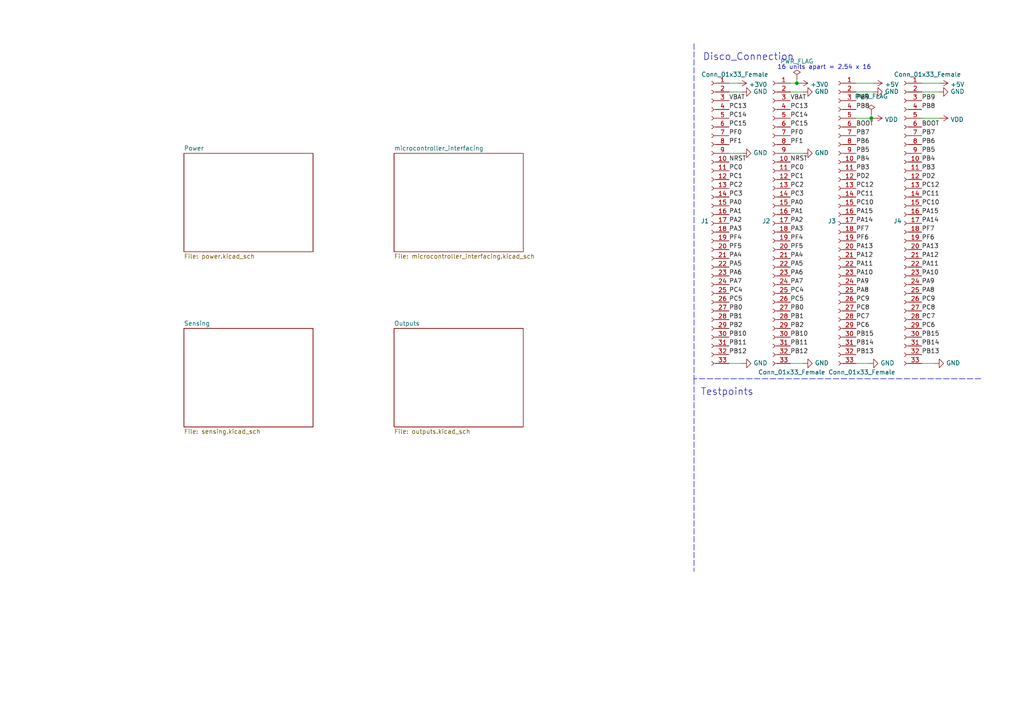
<source format=kicad_sch>
(kicad_sch (version 20211123) (generator eeschema)
  (paper "A4")
  (title_block (title "EEE3088F Template") (date "2022-03-21") (rev "V0.0") (company "University of Cape Town") (comment 3 "@Checked By: ") (comment 4 "@Authors: S'thabiso Lushaba, Masonwabe Nkombisa , Vuyisa  Mpetsheni"))
  (lib_symbols
    (symbol "Connector:Conn_01x33_Female" (pin_names (offset 1.016) hide)
      (property "Reference" "J" (at 0 43.18 0))
      (property "Value" "Conn_01x33_Female" (at 0 -43.18 0))
      (symbol "Conn_01x33_Female_1_1"
        (arc (start 0 -40.132) (mid -0.508 -40.64) (end 0 -41.148) (stroke (width 0.1524)))
        (arc (start 0 -37.592) (mid -0.508 -38.1) (end 0 -38.608) (stroke (width 0.1524)))
        (arc (start 0 -35.052) (mid -0.508 -35.56) (end 0 -36.068) (stroke (width 0.1524)))
        (arc (start 0 -32.512) (mid -0.508 -33.02) (end 0 -33.528) (stroke (width 0.1524)))
        (arc (start 0 -29.972) (mid -0.508 -30.48) (end 0 -30.988) (stroke (width 0.1524)))
        (arc (start 0 -27.432) (mid -0.508 -27.94) (end 0 -28.448) (stroke (width 0.1524)))
        (arc (start 0 -24.892) (mid -0.508 -25.4) (end 0 -25.908) (stroke (width 0.1524)))
        (arc (start 0 -22.352) (mid -0.508 -22.86) (end 0 -23.368) (stroke (width 0.1524)))
        (arc (start 0 -19.812) (mid -0.508 -20.32) (end 0 -20.828) (stroke (width 0.1524)))
        (arc (start 0 -17.272) (mid -0.508 -17.78) (end 0 -18.288) (stroke (width 0.1524)))
        (arc (start 0 -14.732) (mid -0.508 -15.24) (end 0 -15.748) (stroke (width 0.1524)))
        (arc (start 0 -12.192) (mid -0.508 -12.7) (end 0 -13.208) (stroke (width 0.1524)))
        (arc (start 0 -9.652) (mid -0.508 -10.16) (end 0 -10.668) (stroke (width 0.1524)))
        (arc (start 0 -7.112) (mid -0.508 -7.62) (end 0 -8.128) (stroke (width 0.1524)))
        (arc (start 0 -4.572) (mid -0.508 -5.08) (end 0 -5.588) (stroke (width 0.1524)))
        (arc (start 0 -2.032) (mid -0.508 -2.54) (end 0 -3.048) (stroke (width 0.1524)))
        (polyline (pts (xy -1.27 -40.64) (xy -0.508 -40.64)) (stroke (width 0.1524)))
        (polyline (pts (xy -1.27 -38.1) (xy -0.508 -38.1)) (stroke (width 0.1524)))
        (polyline (pts (xy -1.27 -35.56) (xy -0.508 -35.56)) (stroke (width 0.1524)))
        (polyline (pts (xy -1.27 -33.02) (xy -0.508 -33.02)) (stroke (width 0.1524)))
        (polyline (pts (xy -1.27 -30.48) (xy -0.508 -30.48)) (stroke (width 0.1524)))
        (polyline (pts (xy -1.27 -27.94) (xy -0.508 -27.94)) (stroke (width 0.1524)))
        (polyline (pts (xy -1.27 -25.4) (xy -0.508 -25.4)) (stroke (width 0.1524)))
        (polyline (pts (xy -1.27 -22.86) (xy -0.508 -22.86)) (stroke (width 0.1524)))
        (polyline (pts (xy -1.27 -20.32) (xy -0.508 -20.32)) (stroke (width 0.1524)))
        (polyline (pts (xy -1.27 -17.78) (xy -0.508 -17.78)) (stroke (width 0.1524)))
        (polyline (pts (xy -1.27 -15.24) (xy -0.508 -15.24)) (stroke (width 0.1524)))
        (polyline (pts (xy -1.27 -12.7) (xy -0.508 -12.7)) (stroke (width 0.1524)))
        (polyline (pts (xy -1.27 -10.16) (xy -0.508 -10.16)) (stroke (width 0.1524)))
        (polyline (pts (xy -1.27 -7.62) (xy -0.508 -7.62)) (stroke (width 0.1524)))
        (polyline (pts (xy -1.27 -5.08) (xy -0.508 -5.08)) (stroke (width 0.1524)))
        (polyline (pts (xy -1.27 -2.54) (xy -0.508 -2.54)) (stroke (width 0.1524)))
        (polyline (pts (xy -1.27 0) (xy -0.508 0)) (stroke (width 0.1524)))
        (polyline (pts (xy -1.27 2.54) (xy -0.508 2.54)) (stroke (width 0.1524)))
        (polyline (pts (xy -1.27 5.08) (xy -0.508 5.08)) (stroke (width 0.1524)))
        (polyline (pts (xy -1.27 7.62) (xy -0.508 7.62)) (stroke (width 0.1524)))
        (polyline (pts (xy -1.27 10.16) (xy -0.508 10.16)) (stroke (width 0.1524)))
        (polyline (pts (xy -1.27 12.7) (xy -0.508 12.7)) (stroke (width 0.1524)))
        (polyline (pts (xy -1.27 15.24) (xy -0.508 15.24)) (stroke (width 0.1524)))
        (polyline (pts (xy -1.27 17.78) (xy -0.508 17.78)) (stroke (width 0.1524)))
        (polyline (pts (xy -1.27 20.32) (xy -0.508 20.32)) (stroke (width 0.1524)))
        (polyline (pts (xy -1.27 22.86) (xy -0.508 22.86)) (stroke (width 0.1524)))
        (polyline (pts (xy -1.27 25.4) (xy -0.508 25.4)) (stroke (width 0.1524)))
        (polyline (pts (xy -1.27 27.94) (xy -0.508 27.94)) (stroke (width 0.1524)))
        (polyline (pts (xy -1.27 30.48) (xy -0.508 30.48)) (stroke (width 0.1524)))
        (polyline (pts (xy -1.27 33.02) (xy -0.508 33.02)) (stroke (width 0.1524)))
        (polyline (pts (xy -1.27 35.56) (xy -0.508 35.56)) (stroke (width 0.1524)))
        (polyline (pts (xy -1.27 38.1) (xy -0.508 38.1)) (stroke (width 0.1524)))
        (polyline (pts (xy -1.27 40.64) (xy -0.508 40.64)) (stroke (width 0.1524)))
        (arc (start 0 0.508) (mid -0.508 0) (end 0 -0.508) (stroke (width 0.1524)))
        (arc (start 0 3.048) (mid -0.508 2.54) (end 0 2.032) (stroke (width 0.1524)))
        (arc (start 0 5.588) (mid -0.508 5.08) (end 0 4.572) (stroke (width 0.1524)))
        (arc (start 0 8.128) (mid -0.508 7.62) (end 0 7.112) (stroke (width 0.1524)))
        (arc (start 0 10.668) (mid -0.508 10.16) (end 0 9.652) (stroke (width 0.1524)))
        (arc (start 0 13.208) (mid -0.508 12.7) (end 0 12.192) (stroke (width 0.1524)))
        (arc (start 0 15.748) (mid -0.508 15.24) (end 0 14.732) (stroke (width 0.1524)))
        (arc (start 0 18.288) (mid -0.508 17.78) (end 0 17.272) (stroke (width 0.1524)))
        (arc (start 0 20.828) (mid -0.508 20.32) (end 0 19.812) (stroke (width 0.1524)))
        (arc (start 0 23.368) (mid -0.508 22.86) (end 0 22.352) (stroke (width 0.1524)))
        (arc (start 0 25.908) (mid -0.508 25.4) (end 0 24.892) (stroke (width 0.1524)))
        (arc (start 0 28.448) (mid -0.508 27.94) (end 0 27.432) (stroke (width 0.1524)))
        (arc (start 0 30.988) (mid -0.508 30.48) (end 0 29.972) (stroke (width 0.1524)))
        (arc (start 0 33.528) (mid -0.508 33.02) (end 0 32.512) (stroke (width 0.1524)))
        (arc (start 0 36.068) (mid -0.508 35.56) (end 0 35.052) (stroke (width 0.1524)))
        (arc (start 0 38.608) (mid -0.508 38.1) (end 0 37.592) (stroke (width 0.1524)))
        (arc (start 0 41.148) (mid -0.508 40.64) (end 0 40.132) (stroke (width 0.1524)))
        (pin passive line (at -5.08 40.64 0) (length 3.81) (name "Pin_1") (number "1"))
        (pin passive line (at -5.08 17.78 0) (length 3.81) (name "Pin_10") (number "10"))
        (pin passive line (at -5.08 15.24 0) (length 3.81) (name "Pin_11") (number "11"))
        (pin passive line (at -5.08 12.7 0) (length 3.81) (name "Pin_12") (number "12"))
        (pin passive line (at -5.08 10.16 0) (length 3.81) (name "Pin_13") (number "13"))
        (pin passive line (at -5.08 7.62 0) (length 3.81) (name "Pin_14") (number "14"))
        (pin passive line (at -5.08 5.08 0) (length 3.81) (name "Pin_15") (number "15"))
        (pin passive line (at -5.08 2.54 0) (length 3.81) (name "Pin_16") (number "16"))
        (pin passive line (at -5.08 0 0) (length 3.81) (name "Pin_17") (number "17"))
        (pin passive line (at -5.08 -2.54 0) (length 3.81) (name "Pin_18") (number "18"))
        (pin passive line (at -5.08 -5.08 0) (length 3.81) (name "Pin_19") (number "19"))
        (pin passive line (at -5.08 38.1 0) (length 3.81) (name "Pin_2") (number "2"))
        (pin passive line (at -5.08 -7.62 0) (length 3.81) (name "Pin_20") (number "20"))
        (pin passive line (at -5.08 -10.16 0) (length 3.81) (name "Pin_21") (number "21"))
        (pin passive line (at -5.08 -12.7 0) (length 3.81) (name "Pin_22") (number "22"))
        (pin passive line (at -5.08 -15.24 0) (length 3.81) (name "Pin_23") (number "23"))
        (pin passive line (at -5.08 -17.78 0) (length 3.81) (name "Pin_24") (number "24"))
        (pin passive line (at -5.08 -20.32 0) (length 3.81) (name "Pin_25") (number "25"))
        (pin passive line (at -5.08 -22.86 0) (length 3.81) (name "Pin_26") (number "26"))
        (pin passive line (at -5.08 -25.4 0) (length 3.81) (name "Pin_27") (number "27"))
        (pin passive line (at -5.08 -27.94 0) (length 3.81) (name "Pin_28") (number "28"))
        (pin passive line (at -5.08 -30.48 0) (length 3.81) (name "Pin_29") (number "29"))
        (pin passive line (at -5.08 35.56 0) (length 3.81) (name "Pin_3") (number "3"))
        (pin passive line (at -5.08 -33.02 0) (length 3.81) (name "Pin_30") (number "30"))
        (pin passive line (at -5.08 -35.56 0) (length 3.81) (name "Pin_31") (number "31"))
        (pin passive line (at -5.08 -38.1 0) (length 3.81) (name "Pin_32") (number "32"))
        (pin passive line (at -5.08 -40.64 0) (length 3.81) (name "Pin_33") (number "33"))
        (pin passive line (at -5.08 33.02 0) (length 3.81) (name "Pin_4") (number "4"))
        (pin passive line (at -5.08 30.48 0) (length 3.81) (name "Pin_5") (number "5"))
        (pin passive line (at -5.08 27.94 0) (length 3.81) (name "Pin_6") (number "6"))
        (pin passive line (at -5.08 25.4 0) (length 3.81) (name "Pin_7") (number "7"))
        (pin passive line (at -5.08 22.86 0) (length 3.81) (name "Pin_8") (number "8"))
        (pin passive line (at -5.08 20.32 0) (length 3.81) (name "Pin_9") (number "9"))
      )
    )
    (symbol "power:+3V0" (power) (pin_names (offset 0))
      (property "Value" "+3V0" (at 0 3.556 0))
      (symbol "+3V0_0_1"
        (polyline (pts (xy -0.762 1.27) (xy 0 2.54)))
        (polyline (pts (xy 0 0) (xy 0 2.54)))
        (polyline (pts (xy 0 2.54) (xy 0.762 1.27)))
      )
      (symbol "+3V0_1_1"
        (pin power_in line (at 0 0 90) (length 0) hide (name "+3V0") (number "1"))
      )
    )
    (symbol "power:+5V" (power) (pin_names (offset 0))
      (property "Value" "+5V" (at 0 3.556 0))
      (symbol "+5V_0_1"
        (polyline (pts (xy -0.762 1.27) (xy 0 2.54)))
        (polyline (pts (xy 0 0) (xy 0 2.54)))
        (polyline (pts (xy 0 2.54) (xy 0.762 1.27)))
      )
      (symbol "+5V_1_1"
        (pin power_in line (at 0 0 90) (length 0) hide (name "+5V") (number "1"))
      )
    )
    (symbol "power:GND" (power) (pin_names (offset 0))
      (property "Value" "GND" (at 0 -3.81 0))
      (symbol "GND_0_1"
        (polyline (pts (xy 0 0) (xy 0 -1.27) (xy 1.27 -1.27) (xy 0 -2.54) (xy -1.27 -1.27) (xy 0 -1.27)))
      )
      (symbol "GND_1_1"
        (pin power_in line (at 0 0 270) (length 0) hide (name "GND") (number "1"))
      )
    )
    (symbol "power:PWR_FLAG" (power) (pin_numbers hide) (pin_names (offset 0) hide)
      (property "Value" "PWR_FLAG" (at 0 3.81 0))
      (symbol "PWR_FLAG_0_0"
        (pin power_out line (at 0 0 90) (length 0) (name "pwr") (number "1"))
      )
      (symbol "PWR_FLAG_0_1"
        (polyline (pts (xy 0 0) (xy 0 1.27) (xy -1.016 1.905) (xy 0 2.54) (xy 1.016 1.905) (xy 0 1.27)))
      )
    )
    (symbol "power:VDD" (power) (pin_names (offset 0))
      (property "Value" "VDD" (at 0 3.81 0))
      (symbol "VDD_0_1"
        (polyline (pts (xy -0.762 1.27) (xy 0 2.54)))
        (polyline (pts (xy 0 0) (xy 0 2.54)))
        (polyline (pts (xy 0 2.54) (xy 0.762 1.27)))
      )
      (symbol "VDD_1_1"
        (pin power_in line (at 0 0 90) (length 0) hide (name "VDD") (number "1"))
      )
    )
  )
  (junction (at 252.73 34.29))
  (junction (at 231.14 24.13))
  (wire (pts (xy 211.455 44.45) (xy 215.265 44.45)))
  (polyline (pts (xy 201.295 12.7) (xy 201.295 109.855)))
  (wire (pts (xy 252.73 33.02) (xy 252.73 34.29)))
  (wire (pts (xy 231.14 24.13) (xy 231.775 24.13)))
  (polyline (pts (xy 284.48 109.855) (xy 201.295 109.855)))
  (wire (pts (xy 248.285 26.67) (xy 253.365 26.67)))
  (wire (pts (xy 231.14 22.86) (xy 231.14 24.13)))
  (wire (pts (xy 229.235 24.13) (xy 231.14 24.13)))
  (polyline (pts (xy 201.295 109.855) (xy 201.295 165.735)))
  (wire (pts (xy 252.73 34.29) (xy 253.365 34.29)))
  (wire (pts (xy 248.285 34.29) (xy 252.73 34.29)))
  (wire (pts (xy 253.365 24.13) (xy 248.285 24.13)))
  (wire (pts (xy 211.455 24.13) (xy 213.995 24.13)))
  (wire (pts (xy 233.045 105.41) (xy 229.235 105.41)))
  (wire (pts (xy 229.235 26.67) (xy 233.045 26.67)))
  (wire (pts (xy 229.235 44.45) (xy 233.045 44.45)))
  (wire (pts (xy 272.415 24.13) (xy 267.335 24.13)))
  (wire (pts (xy 211.455 26.67) (xy 215.265 26.67)))
  (wire (pts (xy 248.285 105.41) (xy 252.095 105.41)))
  (wire (pts (xy 267.335 105.41) (xy 271.145 105.41)))
  (wire (pts (xy 267.335 26.67) (xy 272.415 26.67)))
  (wire (pts (xy 215.265 105.41) (xy 211.455 105.41)))
  (wire (pts (xy 267.335 34.29) (xy 272.415 34.29)))
  (text "16 units apart = 2.54 x 16" (at 225.425 20.32 0) (effects (font (size 1.27 1.27)) (justify left bottom)))
  (text "Disco_Connection" (at 203.835 17.78 0) (effects (font (size 2.0066 2.0066)) (justify left bottom)))
  (text "Testpoints" (at 203.2 114.935 0) (effects (font (size 2.0066 2.0066)) (justify left bottom)))
  (label "PC14" (at 211.455 34.29 0))
  (label "PC11" (at 248.285 57.15 0))
  (label "PB2" (at 211.455 95.25 0))
  (label "PB6" (at 248.285 41.91 0))
  (label "PB14" (at 267.335 100.33 0))
  (label "PA15" (at 267.335 62.23 0))
  (label "PB14" (at 248.285 100.33 0))
  (label "PA11" (at 267.335 77.47 0))
  (label "PC7" (at 248.285 92.71 0))
  (label "PB6" (at 267.335 41.91 0))
  (label "PA8" (at 267.335 85.09 0))
  (label "PC9" (at 248.285 87.63 0))
  (label "PB15" (at 267.335 97.79 0))
  (label "PC11" (at 267.335 57.15 0))
  (label "PC1" (at 211.455 52.07 0))
  (label "PA1" (at 229.235 62.23 0))
  (label "PF7" (at 267.335 67.31 0))
  (label "PC0" (at 229.235 49.53 0))
  (label "PF7" (at 248.285 67.31 0))
  (label "PA12" (at 267.335 74.93 0))
  (label "PC15" (at 211.455 36.83 0))
  (label "PC1" (at 229.235 52.07 0))
  (label "PC13" (at 229.235 31.75 0))
  (label "VBAT" (at 229.235 29.21 0))
  (label "PC6" (at 267.335 95.25 0))
  (label "PA4" (at 211.455 74.93 0))
  (label "BOOT" (at 248.285 36.83 0))
  (label "PB5" (at 248.285 44.45 0))
  (label "PC8" (at 267.335 90.17 0))
  (label "PB7" (at 267.335 39.37 0))
  (label "PA13" (at 267.335 72.39 0))
  (label "PD2" (at 248.285 52.07 0))
  (label "PC12" (at 248.285 54.61 0))
  (label "PC10" (at 248.285 59.69 0))
  (label "PB1" (at 211.455 92.71 0))
  (label "PB9" (at 267.335 29.21 0))
  (label "PA2" (at 229.235 64.77 0))
  (label "PA10" (at 267.335 80.01 0))
  (label "PB5" (at 267.335 44.45 0))
  (label "PF5" (at 211.455 72.39 0))
  (label "PB13" (at 248.285 102.87 0))
  (label "PC4" (at 229.235 85.09 0))
  (label "PC15" (at 229.235 36.83 0))
  (label "PB1" (at 229.235 92.71 0))
  (label "PA5" (at 229.235 77.47 0))
  (label "PC0" (at 211.455 49.53 0))
  (label "PB7" (at 248.285 39.37 0))
  (label "PB0" (at 229.235 90.17 0))
  (label "PA5" (at 211.455 77.47 0))
  (label "PC8" (at 248.285 90.17 0))
  (label "PA3" (at 229.235 67.31 0))
  (label "PA10" (at 248.285 80.01 0))
  (label "PB12" (at 211.455 102.87 0))
  (label "PB10" (at 211.455 97.79 0))
  (label "PB3" (at 267.335 49.53 0))
  (label "PA14" (at 248.285 64.77 0))
  (label "VBAT" (at 211.455 29.21 0))
  (label "PC6" (at 248.285 95.25 0))
  (label "PA7" (at 229.235 82.55 0))
  (label "PB11" (at 211.455 100.33 0))
  (label "PC4" (at 211.455 85.09 0))
  (label "PC14" (at 229.235 34.29 0))
  (label "PC2" (at 229.235 54.61 0))
  (label "PF4" (at 229.235 69.85 0))
  (label "PB2" (at 229.235 95.25 0))
  (label "PF0" (at 211.455 39.37 0))
  (label "PA2" (at 211.455 64.77 0))
  (label "PA12" (at 248.285 74.93 0))
  (label "PC5" (at 229.235 87.63 0))
  (label "PA6" (at 229.235 80.01 0))
  (label "PC13" (at 211.455 31.75 0))
  (label "PB13" (at 267.335 102.87 0))
  (label "NRST" (at 229.235 46.99 0))
  (label "PA3" (at 211.455 67.31 0))
  (label "PB4" (at 267.335 46.99 0))
  (label "PA6" (at 211.455 80.01 0))
  (label "PF1" (at 229.235 41.91 0))
  (label "BOOT" (at 267.335 36.83 0))
  (label "PA4" (at 229.235 74.93 0))
  (label "PB15" (at 248.285 97.79 0))
  (label "PB4" (at 248.285 46.99 0))
  (label "PF0" (at 229.235 39.37 0))
  (label "PB8" (at 267.335 31.75 0))
  (label "PC5" (at 211.455 87.63 0))
  (label "PA0" (at 211.455 59.69 0))
  (label "PB11" (at 229.235 100.33 0))
  (label "PC12" (at 267.335 54.61 0))
  (label "PC7" (at 267.335 92.71 0))
  (label "PF5" (at 229.235 72.39 0))
  (label "PA0" (at 229.235 59.69 0))
  (label "PC3" (at 211.455 57.15 0))
  (label "PA14" (at 267.335 64.77 0))
  (label "PF6" (at 267.335 69.85 0))
  (label "PF6" (at 248.285 69.85 0))
  (label "PA11" (at 248.285 77.47 0))
  (label "PF1" (at 211.455 41.91 0))
  (label "PA15" (at 248.285 62.23 0))
  (label "PD2" (at 267.335 52.07 0))
  (label "PB8" (at 248.285 31.75 0))
  (label "PB10" (at 229.235 97.79 0))
  (label "PA7" (at 211.455 82.55 0))
  (label "PA9" (at 248.285 82.55 0))
  (label "PB9" (at 248.285 29.21 0))
  (label "PA9" (at 267.335 82.55 0))
  (label "PB12" (at 229.235 102.87 0))
  (label "PC10" (at 267.335 59.69 0))
  (label "PA1" (at 211.455 62.23 0))
  (label "PA13" (at 248.285 72.39 0))
  (label "PC2" (at 211.455 54.61 0))
  (label "PB3" (at 248.285 49.53 0))
  (label "PA8" (at 248.285 85.09 0))
  (label "PF4" (at 211.455 69.85 0))
  (label "PB0" (at 211.455 90.17 0))
  (label "NRST" (at 211.455 46.99 0))
  (label "PC3" (at 229.235 57.15 0))
  (label "PC9" (at 267.335 87.63 0))
  (symbol (lib_id "power:GND") (at 233.045 105.41 90) (unit 1)
    (property "Reference" "#PWR08" (effects hide))
    (property "Value" "GND" (at 236.2962 105.283 90) (effects (justify right)))
  )
  (symbol (lib_id "power:GND") (at 233.045 44.45 90) (unit 1)
    (property "Reference" "#PWR07" (effects hide))
    (property "Value" "GND" (at 236.2962 44.323 90) (effects (justify right)))
  )
  (symbol (lib_id "power:PWR_FLAG") (at 231.14 22.86 0) (unit 1)
    (property "Reference" "#FLG01" (effects hide))
    (property "Value" "PWR_FLAG" (at 231.14 17.78 0))
  )
  (symbol (lib_id "power:GND") (at 233.045 26.67 90) (unit 1)
    (property "Reference" "#PWR06" (effects hide))
    (property "Value" "GND" (at 236.2962 26.543 90) (effects (justify right)))
  )
  (symbol (lib_id "power:GND") (at 252.095 105.41 90) (unit 1)
    (property "Reference" "#PWR09" (effects hide))
    (property "Value" "GND" (at 255.3462 105.283 90) (effects (justify right)))
  )
  (symbol (lib_id "Connector:Conn_01x33_Female") (at 262.255 64.77 0) (mirror y) (unit 1)
    (property "Reference" "J4" (at 261.5438 64.1096 0) (effects (justify left)))
    (property "Value" "Conn_01x33_Female" (at 278.765 21.59 0) (effects (justify left)))
    (property "Footprint" "Connector_PinHeader_2.54mm:PinHeader_1x33_P2.54mm_Vertical" (effects hide))
    (property "Populate" "DNP" (effects hide))
    (property "Price" "0" (effects hide))
  )
  (symbol (lib_id "power:GND") (at 215.265 105.41 90) (unit 1)
    (property "Reference" "#PWR04" (effects hide))
    (property "Value" "GND" (at 218.5162 105.283 90) (effects (justify right)))
  )
  (symbol (lib_id "power:GND") (at 215.265 44.45 90) (unit 1)
    (property "Reference" "#PWR03" (effects hide))
    (property "Value" "GND" (at 218.5162 44.323 90) (effects (justify right)))
  )
  (symbol (lib_id "power:GND") (at 253.365 26.67 90) (unit 1)
    (property "Reference" "#PWR011" (effects hide))
    (property "Value" "GND" (at 256.6162 26.543 90) (effects (justify right)))
  )
  (symbol (lib_id "power:+5V") (at 253.365 24.13 270) (unit 1)
    (property "Reference" "#PWR010" (effects hide))
    (property "Value" "+5V" (at 256.6162 24.511 90) (effects (justify left)))
  )
  (symbol (lib_id "power:GND") (at 272.415 26.67 90) (unit 1)
    (property "Reference" "#PWR015" (effects hide))
    (property "Value" "GND" (at 275.6662 26.543 90) (effects (justify right)))
  )
  (symbol (lib_id "power:GND") (at 271.145 105.41 90) (unit 1)
    (property "Reference" "#PWR013" (effects hide))
    (property "Value" "GND" (at 274.3962 105.283 90) (effects (justify right)))
  )
  (symbol (lib_id "power:GND") (at 215.265 26.67 90) (unit 1)
    (property "Reference" "#PWR02" (effects hide))
    (property "Value" "GND" (at 218.5162 26.543 90) (effects (justify right)))
  )
  (symbol (lib_id "Connector:Conn_01x33_Female") (at 224.155 64.77 0) (mirror y) (unit 1)
    (property "Reference" "J2" (at 223.4438 64.1096 0) (effects (justify left)))
    (property "Value" "Conn_01x33_Female" (at 239.395 107.95 0) (effects (justify left)))
    (property "Footprint" "Connector_PinSocket_2.54mm:PinSocket_1x33_P2.54mm_Vertical" (effects hide))
    (property "Populate" "DNP" (effects hide))
    (property "Alt_LCSC" "C12345 (example)" (effects hide))
    (property "Price" "0" (effects hide))
  )
  (symbol (lib_id "Connector:Conn_01x33_Female") (at 206.375 64.77 0) (mirror y) (unit 1)
    (property "Reference" "J1" (at 205.6638 64.1096 0) (effects (justify left)))
    (property "Value" "Conn_01x33_Female" (at 222.885 21.59 0) (effects (justify left)))
    (property "Footprint" "Connector_PinHeader_2.54mm:PinHeader_1x33_P2.54mm_Vertical" (effects hide))
    (property "Populate" "DNP" (effects hide))
    (property "Price" "0" (effects hide))
  )
  (symbol (lib_id "power:VDD") (at 253.365 34.29 270) (unit 1)
    (property "Reference" "#PWR012" (effects hide))
    (property "Value" "VDD" (at 256.6162 34.671 90) (effects (justify left)))
  )
  (symbol (lib_id "power:+5V") (at 272.415 24.13 270) (unit 1)
    (property "Reference" "#PWR014" (effects hide))
    (property "Value" "+5V" (at 275.6662 24.511 90) (effects (justify left)))
  )
  (symbol (lib_id "power:+3V0") (at 231.775 24.13 270) (unit 1)
    (property "Reference" "#PWR05" (effects hide))
    (property "Value" "+3V0" (at 235.0262 24.511 90) (effects (justify left)))
  )
  (symbol (lib_id "Connector:Conn_01x33_Female") (at 243.205 64.77 0) (mirror y) (unit 1)
    (property "Reference" "J3" (at 242.4938 64.1096 0) (effects (justify left)))
    (property "Value" "Conn_01x33_Female" (at 259.715 107.95 0) (effects (justify left)))
    (property "Footprint" "Connector_PinSocket_2.54mm:PinSocket_1x33_P2.54mm_Vertical" (effects hide))
    (property "Populate" "DNP" (effects hide))
    (property "Alt_LCSC" "C12345 (example)" (effects hide))
    (property "Price" "0" (effects hide))
  )
  (symbol (lib_id "power:VDD") (at 272.415 34.29 270) (unit 1)
    (property "Reference" "#PWR016" (effects hide))
    (property "Value" "VDD" (at 275.6662 34.671 90) (effects (justify left)))
  )
  (symbol (lib_id "power:PWR_FLAG") (at 252.73 33.02 0) (unit 1)
    (property "Reference" "#FLG02" (effects hide))
    (property "Value" "PWR_FLAG" (at 252.73 27.94 0))
  )
  (symbol (lib_id "power:+3V0") (at 213.995 24.13 270) (unit 1)
    (property "Reference" "#PWR01" (effects hide))
    (property "Value" "+3V0" (at 217.2462 24.511 90) (effects (justify left)))
  )
  (sheet (at 114.3 44.45) (size 37.465 28.575) (stroke (width 0.1524))
    (property "Sheet name" "microcontroller_interfacing" (at 114.3 43.7384 0) (effects (justify left bottom)))
    (property "Sheet file" "microcontroller_interfacing.kicad_sch" (at 114.3 73.6096 0) (effects (justify left top)))
  )
  (sheet (at 114.3 95.25) (size 37.465 28.575) (stroke (width 0.1524))
    (property "Sheet name" "Outputs" (at 114.3 94.5384 0) (effects (justify left bottom)))
    (property "Sheet file" "outputs.kicad_sch" (at 114.3 124.4096 0) (effects (justify left top)))
  )
  (sheet (at 53.34 95.25) (size 37.465 28.575) (stroke (width 0.1524))
    (property "Sheet name" "Sensing" (at 53.34 94.5384 0) (effects (justify left bottom)))
    (property "Sheet file" "sensing.kicad_sch" (at 53.34 124.4096 0) (effects (justify left top)))
  )
  (sheet (at 53.34 44.45) (size 37.465 28.575) (stroke (width 0.1524))
    (property "Sheet name" "Power" (at 53.34 43.7384 0) (effects (justify left bottom)))
    (property "Sheet file" "power.kicad_sch" (at 53.34 73.6096 0) (effects (justify left top)))
  )
)
</source>
